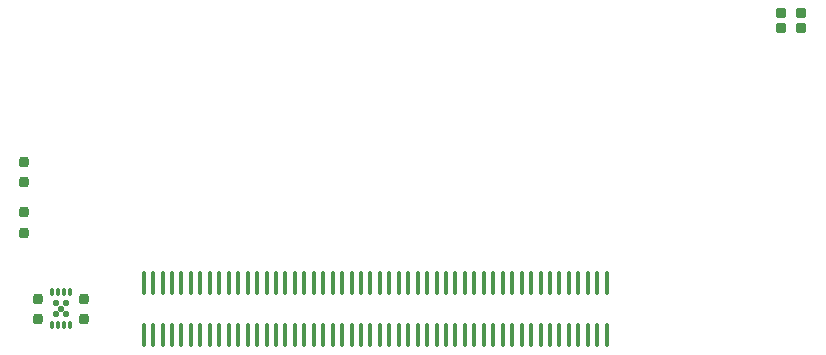
<source format=gtp>
G04 #@! TF.GenerationSoftware,KiCad,Pcbnew,8.0.6*
G04 #@! TF.CreationDate,2024-11-07T02:26:58-08:00*
G04 #@! TF.ProjectId,hvd-68-hd,6876642d-3638-42d6-9864-2e6b69636164,1*
G04 #@! TF.SameCoordinates,Original*
G04 #@! TF.FileFunction,Paste,Top*
G04 #@! TF.FilePolarity,Positive*
%FSLAX46Y46*%
G04 Gerber Fmt 4.6, Leading zero omitted, Abs format (unit mm)*
G04 Created by KiCad (PCBNEW 8.0.6) date 2024-11-07 02:26:58*
%MOMM*%
%LPD*%
G01*
G04 APERTURE LIST*
G04 Aperture macros list*
%AMRoundRect*
0 Rectangle with rounded corners*
0 $1 Rounding radius*
0 $2 $3 $4 $5 $6 $7 $8 $9 X,Y pos of 4 corners*
0 Add a 4 corners polygon primitive as box body*
4,1,4,$2,$3,$4,$5,$6,$7,$8,$9,$2,$3,0*
0 Add four circle primitives for the rounded corners*
1,1,$1+$1,$2,$3*
1,1,$1+$1,$4,$5*
1,1,$1+$1,$6,$7*
1,1,$1+$1,$8,$9*
0 Add four rect primitives between the rounded corners*
20,1,$1+$1,$2,$3,$4,$5,0*
20,1,$1+$1,$4,$5,$6,$7,0*
20,1,$1+$1,$6,$7,$8,$9,0*
20,1,$1+$1,$8,$9,$2,$3,0*%
G04 Aperture macros list end*
%ADD10RoundRect,0.100000X0.100000X0.900000X-0.100000X0.900000X-0.100000X-0.900000X0.100000X-0.900000X0*%
%ADD11RoundRect,0.200000X0.200000X-0.250000X0.200000X0.250000X-0.200000X0.250000X-0.200000X-0.250000X0*%
%ADD12RoundRect,0.200000X-0.200000X0.250000X-0.200000X-0.250000X0.200000X-0.250000X0.200000X0.250000X0*%
%ADD13RoundRect,0.200000X0.250000X0.200000X-0.250000X0.200000X-0.250000X-0.200000X0.250000X-0.200000X0*%
%ADD14RoundRect,0.200000X-0.250000X-0.200000X0.250000X-0.200000X0.250000X0.200000X-0.250000X0.200000X0*%
%ADD15RoundRect,0.125000X0.125000X-0.125000X0.125000X0.125000X-0.125000X0.125000X-0.125000X-0.125000X0*%
%ADD16RoundRect,0.046875X0.103125X-0.253125X0.103125X0.253125X-0.103125X0.253125X-0.103125X-0.253125X0*%
G04 APERTURE END LIST*
D10*
G04 #@! TO.C,J1*
X-57100000Y1800000D03*
X-57100000Y6200000D03*
X-56300000Y1800001D03*
X-56300000Y6199999D03*
X-55500000Y1800000D03*
X-55500000Y6200000D03*
X-54700001Y1800000D03*
X-54700001Y6200000D03*
X-53900000Y1800000D03*
X-53900000Y6200000D03*
X-53100000Y1800000D03*
X-53100000Y6200000D03*
X-52299999Y1800000D03*
X-52299999Y6200000D03*
X-51500000Y1800000D03*
X-51500000Y6200000D03*
X-50700000Y1800001D03*
X-50700000Y6199999D03*
X-49900000Y1800000D03*
X-49900000Y6200000D03*
X-49100000Y1800000D03*
X-49100000Y6200000D03*
X-48300000Y1800000D03*
X-48300000Y6200000D03*
X-47500000Y1800000D03*
X-47500000Y6200000D03*
X-46699999Y1800000D03*
X-46699999Y6200000D03*
X-45900000Y1800000D03*
X-45900000Y6200000D03*
X-45100000Y1800001D03*
X-45100000Y6199999D03*
X-44300000Y1800000D03*
X-44300000Y6200000D03*
X-43500000Y1800000D03*
X-43500000Y6200000D03*
X-42700000Y1800000D03*
X-42700000Y6200000D03*
X-41900000Y1800000D03*
X-41900000Y6200000D03*
X-41099999Y1800000D03*
X-41099999Y6200000D03*
X-40300000Y1800000D03*
X-40300000Y6200000D03*
X-39500000Y1800001D03*
X-39500000Y6199999D03*
X-38700000Y1800000D03*
X-38700000Y6200000D03*
X-37900000Y1800000D03*
X-37900000Y6200000D03*
X-37100000Y1800000D03*
X-37100000Y6200000D03*
X-36300000Y1800000D03*
X-36300000Y6200000D03*
X-35500000Y1800001D03*
X-35500000Y6199999D03*
X-34700000Y1800000D03*
X-34700000Y6200000D03*
X-33900001Y1800000D03*
X-33900001Y6200000D03*
X-33100000Y1800000D03*
X-33100000Y6200000D03*
X-32300000Y1800000D03*
X-32300000Y6200000D03*
X-31500000Y1800000D03*
X-31500000Y6200000D03*
X-30700000Y1800000D03*
X-30700000Y6200000D03*
X-29900000Y1800001D03*
X-29900000Y6199999D03*
X-29100000Y1800000D03*
X-29100000Y6200000D03*
X-28300001Y1800000D03*
X-28300001Y6200000D03*
X-27500000Y1800000D03*
X-27500000Y6200000D03*
X-26700000Y1800000D03*
X-26700000Y6200000D03*
X-25900000Y1800000D03*
X-25900000Y6200000D03*
X-25100000Y1800000D03*
X-25100000Y6200000D03*
X-24300000Y1800001D03*
X-24300000Y6199999D03*
X-23500000Y1800000D03*
X-23500000Y6200000D03*
X-22700001Y1800000D03*
X-22700001Y6200000D03*
X-21900000Y1800000D03*
X-21900000Y6200000D03*
X-21100000Y1800000D03*
X-21100000Y6200000D03*
X-20299999Y1800000D03*
X-20299999Y6200000D03*
X-19500000Y1800000D03*
X-19500000Y6200000D03*
X-18700000Y1800001D03*
X-18700000Y6199999D03*
X-17900000Y1800000D03*
X-17900000Y6200000D03*
G04 #@! TD*
D11*
G04 #@! TO.C,R3*
X-67200000Y10450000D03*
X-67200000Y12150000D03*
G04 #@! TD*
D12*
G04 #@! TO.C,R2*
X-67200000Y16450000D03*
X-67200000Y14750000D03*
G04 #@! TD*
D11*
G04 #@! TO.C,C1*
X-66050000Y3150000D03*
X-66050000Y4850000D03*
G04 #@! TD*
D13*
G04 #@! TO.C,R4*
X-1450000Y27750000D03*
X-3150000Y27750000D03*
G04 #@! TD*
D14*
G04 #@! TO.C,C2*
X-3150000Y29050000D03*
X-1450000Y29050000D03*
G04 #@! TD*
D11*
G04 #@! TO.C,R1*
X-62150000Y3150000D03*
X-62150000Y4850000D03*
G04 #@! TD*
D15*
G04 #@! TO.C,U1*
X-64550000Y3550000D03*
X-63650000Y3550000D03*
X-64100000Y4000000D03*
X-64550000Y4450000D03*
X-63650000Y4450000D03*
D16*
X-64850001Y2600000D03*
X-64350000Y2600000D03*
X-63850000Y2600000D03*
X-63349999Y2600000D03*
X-63349999Y5400000D03*
X-63850000Y5400000D03*
X-64350000Y5400000D03*
X-64850001Y5400000D03*
G04 #@! TD*
M02*

</source>
